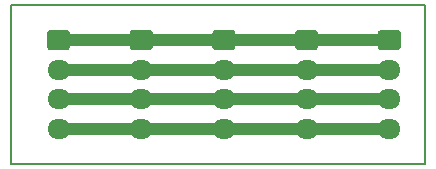
<source format=gbr>
%TF.GenerationSoftware,KiCad,Pcbnew,(5.1.9)-1*%
%TF.CreationDate,2021-06-10T11:21:26+02:00*%
%TF.ProjectId,20_Multiprise_JST_4pins,32305f4d-756c-4746-9970-726973655f4a,rev?*%
%TF.SameCoordinates,Original*%
%TF.FileFunction,Copper,L2,Bot*%
%TF.FilePolarity,Positive*%
%FSLAX46Y46*%
G04 Gerber Fmt 4.6, Leading zero omitted, Abs format (unit mm)*
G04 Created by KiCad (PCBNEW (5.1.9)-1) date 2021-06-10 11:21:26*
%MOMM*%
%LPD*%
G01*
G04 APERTURE LIST*
%TA.AperFunction,Profile*%
%ADD10C,0.150000*%
%TD*%
%TA.AperFunction,ComponentPad*%
%ADD11O,1.950000X1.700000*%
%TD*%
%TA.AperFunction,Conductor*%
%ADD12C,1.000000*%
%TD*%
G04 APERTURE END LIST*
D10*
X145000000Y-135500000D02*
X145000000Y-122000000D01*
X180000000Y-135500000D02*
X145000000Y-135500000D01*
X180000000Y-122000000D02*
X180000000Y-135500000D01*
X145000000Y-122000000D02*
X180000000Y-122000000D01*
%TO.P,J1,1*%
%TO.N,pin1*%
%TA.AperFunction,ComponentPad*%
G36*
G01*
X148275000Y-124150000D02*
X149725000Y-124150000D01*
G75*
G02*
X149975000Y-124400000I0J-250000D01*
G01*
X149975000Y-125600000D01*
G75*
G02*
X149725000Y-125850000I-250000J0D01*
G01*
X148275000Y-125850000D01*
G75*
G02*
X148025000Y-125600000I0J250000D01*
G01*
X148025000Y-124400000D01*
G75*
G02*
X148275000Y-124150000I250000J0D01*
G01*
G37*
%TD.AperFunction*%
D11*
%TO.P,J1,2*%
%TO.N,pin2*%
X149000000Y-127500000D03*
%TO.P,J1,3*%
%TO.N,pin3*%
X149000000Y-130000000D03*
%TO.P,J1,4*%
%TO.N,pin4*%
X149000000Y-132500000D03*
%TD*%
%TO.P,J2,4*%
%TO.N,pin4*%
X156000000Y-132500000D03*
%TO.P,J2,3*%
%TO.N,pin3*%
X156000000Y-130000000D03*
%TO.P,J2,2*%
%TO.N,pin2*%
X156000000Y-127500000D03*
%TO.P,J2,1*%
%TO.N,pin1*%
%TA.AperFunction,ComponentPad*%
G36*
G01*
X155275000Y-124150000D02*
X156725000Y-124150000D01*
G75*
G02*
X156975000Y-124400000I0J-250000D01*
G01*
X156975000Y-125600000D01*
G75*
G02*
X156725000Y-125850000I-250000J0D01*
G01*
X155275000Y-125850000D01*
G75*
G02*
X155025000Y-125600000I0J250000D01*
G01*
X155025000Y-124400000D01*
G75*
G02*
X155275000Y-124150000I250000J0D01*
G01*
G37*
%TD.AperFunction*%
%TD*%
%TO.P,J3,1*%
%TO.N,pin1*%
%TA.AperFunction,ComponentPad*%
G36*
G01*
X169275000Y-124150000D02*
X170725000Y-124150000D01*
G75*
G02*
X170975000Y-124400000I0J-250000D01*
G01*
X170975000Y-125600000D01*
G75*
G02*
X170725000Y-125850000I-250000J0D01*
G01*
X169275000Y-125850000D01*
G75*
G02*
X169025000Y-125600000I0J250000D01*
G01*
X169025000Y-124400000D01*
G75*
G02*
X169275000Y-124150000I250000J0D01*
G01*
G37*
%TD.AperFunction*%
%TO.P,J3,2*%
%TO.N,pin2*%
X170000000Y-127500000D03*
%TO.P,J3,3*%
%TO.N,pin3*%
X170000000Y-130000000D03*
%TO.P,J3,4*%
%TO.N,pin4*%
X170000000Y-132500000D03*
%TD*%
%TO.P,J4,4*%
%TO.N,pin4*%
X163000000Y-132500000D03*
%TO.P,J4,3*%
%TO.N,pin3*%
X163000000Y-130000000D03*
%TO.P,J4,2*%
%TO.N,pin2*%
X163000000Y-127500000D03*
%TO.P,J4,1*%
%TO.N,pin1*%
%TA.AperFunction,ComponentPad*%
G36*
G01*
X162275000Y-124150000D02*
X163725000Y-124150000D01*
G75*
G02*
X163975000Y-124400000I0J-250000D01*
G01*
X163975000Y-125600000D01*
G75*
G02*
X163725000Y-125850000I-250000J0D01*
G01*
X162275000Y-125850000D01*
G75*
G02*
X162025000Y-125600000I0J250000D01*
G01*
X162025000Y-124400000D01*
G75*
G02*
X162275000Y-124150000I250000J0D01*
G01*
G37*
%TD.AperFunction*%
%TD*%
%TO.P,J5,1*%
%TO.N,pin1*%
%TA.AperFunction,ComponentPad*%
G36*
G01*
X176275000Y-124150000D02*
X177725000Y-124150000D01*
G75*
G02*
X177975000Y-124400000I0J-250000D01*
G01*
X177975000Y-125600000D01*
G75*
G02*
X177725000Y-125850000I-250000J0D01*
G01*
X176275000Y-125850000D01*
G75*
G02*
X176025000Y-125600000I0J250000D01*
G01*
X176025000Y-124400000D01*
G75*
G02*
X176275000Y-124150000I250000J0D01*
G01*
G37*
%TD.AperFunction*%
%TO.P,J5,2*%
%TO.N,pin2*%
X177000000Y-127500000D03*
%TO.P,J5,3*%
%TO.N,pin3*%
X177000000Y-130000000D03*
%TO.P,J5,4*%
%TO.N,pin4*%
X177000000Y-132500000D03*
%TD*%
D12*
%TO.N,pin1*%
X149000000Y-125000000D02*
X156000000Y-125000000D01*
X156000000Y-125000000D02*
X163000000Y-125000000D01*
X163000000Y-125000000D02*
X170000000Y-125000000D01*
X170000000Y-125000000D02*
X177000000Y-125000000D01*
%TO.N,pin2*%
X149000000Y-127500000D02*
X156000000Y-127500000D01*
X156000000Y-127500000D02*
X163000000Y-127500000D01*
X163000000Y-127500000D02*
X170000000Y-127500000D01*
X170000000Y-127500000D02*
X177000000Y-127500000D01*
%TO.N,pin3*%
X177000000Y-130000000D02*
X170000000Y-130000000D01*
X163000000Y-130000000D02*
X170000000Y-130000000D01*
X156000000Y-130000000D02*
X163000000Y-130000000D01*
X149000000Y-130000000D02*
X156000000Y-130000000D01*
%TO.N,pin4*%
X149000000Y-132500000D02*
X177000000Y-132500000D01*
%TD*%
M02*

</source>
